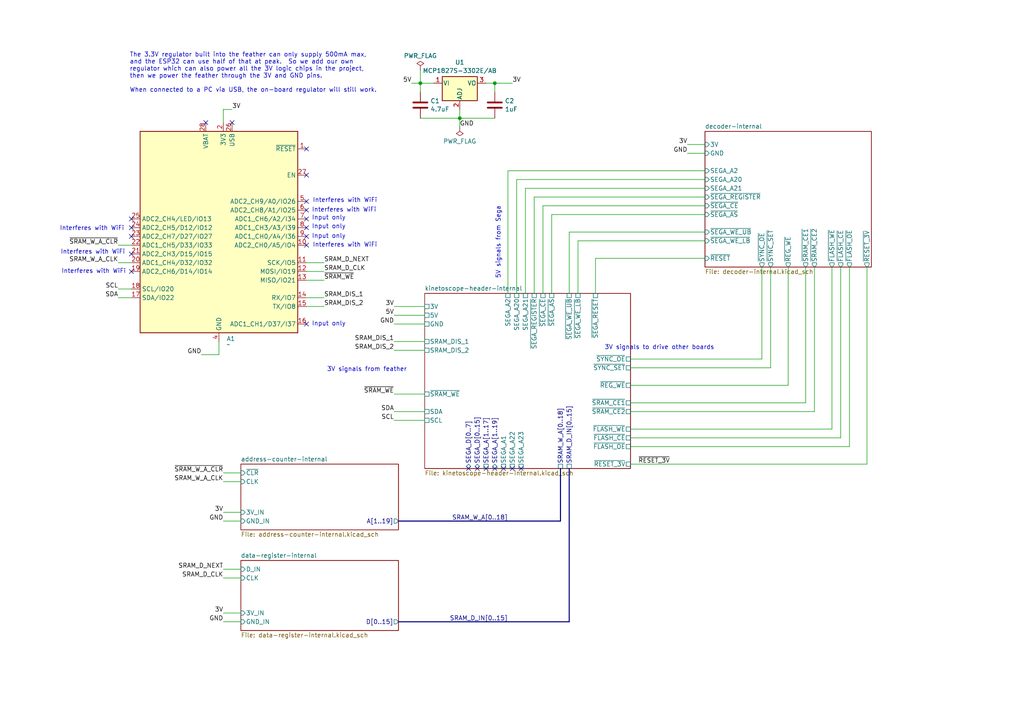
<source format=kicad_sch>
(kicad_sch (version 20231120) (generator "eeschema") (generator_version "8.0")
  (paper "A4")
  (title_block (title "Kinetoscope Feather and Address Decoder Board"))
  (lib_symbols
    (symbol "Adafruit_Feather_ESP32_Huzzah_v2:Adafruit_Feather_ESP32_Huzzah_v2"
      (property "Reference" "A" (at -17.78 0 0))
      (symbol "Adafruit_Feather_ESP32_Huzzah_v2_0_1"
        (rectangle (start -22.86 -1.27) (end 22.86 -59.69) (stroke (width 0.254)) (fill (type background)))
      )
      (symbol "Adafruit_Feather_ESP32_Huzzah_v2_1_1"
        (pin input line (at 25.4 -6.35 180) (length 2.54) (name "~{RESET}") (number "1"))
        (pin bidirectional line (at 25.4 -34.29 180) (length 2.54) (name "ADC2_CH0/A5/IO4") (number "10"))
        (pin bidirectional line (at 25.4 -39.37 180) (length 2.54) (name "SCK/IO5") (number "11"))
        (pin bidirectional line (at 25.4 -41.91 180) (length 2.54) (name "MOSI/IO19") (number "12"))
        (pin bidirectional line (at 25.4 -44.45 180) (length 2.54) (name "MISO/IO21") (number "13"))
        (pin bidirectional line (at 25.4 -49.53 180) (length 2.54) (name "RX/IO7") (number "14"))
        (pin bidirectional line (at 25.4 -52.07 180) (length 2.54) (name "TX/IO8") (number "15"))
        (pin input line (at 25.4 -57.15 180) (length 2.54) (name "ADC1_CH1/D37/I37") (number "16"))
        (pin bidirectional line (at -25.4 -49.53 0) (length 2.54) (name "SDA/IO22") (number "17"))
        (pin bidirectional line (at -25.4 -46.99 0) (length 2.54) (name "SCL/IO20") (number "18"))
        (pin bidirectional line (at -25.4 -41.91 0) (length 2.54) (name "ADC2_CH6/D14/IO14") (number "19"))
        (pin power_in line (at 1.27 1.27 270) (length 2.54) (name "3V3") (number "2"))
        (pin bidirectional line (at -25.4 -39.37 0) (length 2.54) (name "ADC1_CH4/D32/IO32") (number "20"))
        (pin bidirectional line (at -25.4 -36.83 0) (length 2.54) (name "ADC2_CH3/D15/IO15") (number "21"))
        (pin bidirectional line (at -25.4 -34.29 0) (length 2.54) (name "ADC1_CH5/D33/IO33") (number "22"))
        (pin bidirectional line (at -25.4 -31.75 0) (length 2.54) (name "ADC2_CH7/D27/IO27") (number "23"))
        (pin bidirectional line (at -25.4 -29.21 0) (length 2.54) (name "ADC2_CH5/D12/IO12") (number "24"))
        (pin bidirectional line (at -25.4 -26.67 0) (length 2.54) (name "ADC2_CH4/LED/IO13") (number "25"))
        (pin power_in line (at 3.81 1.27 270) (length 2.54) (name "USB") (number "26"))
        (pin input line (at 25.4 -13.97 180) (length 2.54) (name "EN") (number "27"))
        (pin power_in line (at -3.81 1.27 270) (length 2.54) (name "VBAT") (number "28"))
        (pin no_connect line (at 25.4 -8.89 180) (length 2.54) hide (name "NC") (number "3"))
        (pin power_in line (at 0 -62.23 90) (length 2.54) (name "GND") (number "4"))
        (pin bidirectional line (at 25.4 -21.59 180) (length 2.54) (name "ADC2_CH9/A0/IO26") (number "5"))
        (pin bidirectional line (at 25.4 -24.13 180) (length 2.54) (name "ADC2_CH8/A1/IO25") (number "6"))
        (pin input line (at 25.4 -26.67 180) (length 2.54) (name "ADC1_CH6/A2/I34") (number "7"))
        (pin input line (at 25.4 -29.21 180) (length 2.54) (name "ADC1_CH3/A3/I39") (number "8"))
        (pin input line (at 25.4 -31.75 180) (length 2.54) (name "ADC1_CH0/A4/I36") (number "9"))
      )
    )
    (symbol "Device:C" (pin_numbers hide) (pin_names (offset 0.254))
      (property "Reference" "C" (at 0.635 2.54 0))
      (property "Value" "C" (at 0.635 -2.54 0))
      (symbol "C_0_1"
        (polyline (pts (xy -2.032 -0.762) (xy 2.032 -0.762)) (stroke (width 0.508)))
        (polyline (pts (xy -2.032 0.762) (xy 2.032 0.762)) (stroke (width 0.508)))
      )
      (symbol "C_1_1"
        (pin passive line (at 0 3.81 270) (length 2.794) (name "~") (number "1"))
        (pin passive line (at 0 -3.81 90) (length 2.794) (name "~") (number "2"))
      )
    )
    (symbol "Regulator_Linear:LM317_TO39" (pin_names (offset 0.254))
      (property "Reference" "U" (at -3.81 3.175 0))
      (property "Value" "LM317_TO39" (at 0 3.175 0))
      (symbol "LM317_TO39_0_1"
        (rectangle (start -5.08 1.905) (end 5.08 -5.08) (stroke (width 0.254)) (fill (type background)))
      )
      (symbol "LM317_TO39_1_1"
        (pin power_in line (at -7.62 0 0) (length 2.54) (name "VI") (number "1"))
        (pin input line (at 0 -7.62 90) (length 2.54) (name "ADJ") (number "2"))
        (pin power_out line (at 7.62 0 180) (length 2.54) (name "VO") (number "3"))
      )
    )
    (symbol "power:PWR_FLAG" (power) (pin_numbers hide) (pin_names (offset 0) hide)
      (property "Value" "PWR_FLAG" (at 0 3.81 0))
      (symbol "PWR_FLAG_0_0"
        (pin power_out line (at 0 0 90) (length 0) (name "~") (number "1"))
      )
      (symbol "PWR_FLAG_0_1"
        (polyline (pts (xy 0 0) (xy 0 1.27) (xy -1.016 1.905) (xy 0 2.54) (xy 1.016 1.905) (xy 0 1.27)))
      )
    )
  )
  (junction (at 133.35 34.29))
  (junction (at 121.92 24.13))
  (junction (at 143.51 24.13))
  (no_connect (at 38.1 68.58))
  (no_connect (at 88.9 68.58))
  (no_connect (at 140.97 135.89))
  (no_connect (at 88.9 43.18))
  (no_connect (at 38.1 78.74))
  (no_connect (at 143.51 135.89))
  (no_connect (at 38.1 63.5))
  (no_connect (at 148.59 135.89))
  (no_connect (at 146.05 135.89))
  (no_connect (at 88.9 50.8))
  (no_connect (at 138.43 135.89))
  (no_connect (at 88.9 63.5))
  (no_connect (at 88.9 93.98))
  (no_connect (at 38.1 73.66))
  (no_connect (at 88.9 66.04))
  (no_connect (at 38.1 66.04))
  (no_connect (at 67.31 35.56))
  (no_connect (at 88.9 58.42))
  (no_connect (at 88.9 60.96))
  (no_connect (at 88.9 71.12))
  (no_connect (at 135.89 135.89))
  (no_connect (at 151.13 135.89))
  (no_connect (at 59.69 35.56))
  (bus (pts (xy 162.56 135.89) (xy 162.56 151.13)))
  (wire (pts (xy 143.51 24.13) (xy 148.59 24.13)))
  (wire (pts (xy 114.3 91.44) (xy 123.19 91.44)))
  (wire (pts (xy 220.98 104.14) (xy 220.98 77.47)))
  (wire (pts (xy 246.38 129.54) (xy 182.88 129.54)))
  (wire (pts (xy 182.88 134.62) (xy 251.46 134.62)))
  (wire (pts (xy 246.38 77.47) (xy 246.38 129.54)))
  (wire (pts (xy 241.3 77.47) (xy 241.3 124.46)))
  (wire (pts (xy 149.86 85.09) (xy 149.86 52.07)))
  (wire (pts (xy 34.29 86.36) (xy 38.1 86.36)))
  (wire (pts (xy 167.64 69.85) (xy 204.47 69.85)))
  (wire (pts (xy 154.94 85.09) (xy 154.94 57.15)))
  (wire (pts (xy 204.47 59.69) (xy 157.48 59.69)))
  (wire (pts (xy 204.47 54.61) (xy 152.4 54.61)))
  (wire (pts (xy 243.84 127) (xy 243.84 77.47)))
  (wire (pts (xy 204.47 67.31) (xy 165.1 67.31)))
  (wire (pts (xy 204.47 74.93) (xy 172.72 74.93)))
  (wire (pts (xy 64.77 35.56) (xy 64.77 31.75)))
  (wire (pts (xy 121.92 24.13) (xy 125.73 24.13)))
  (wire (pts (xy 114.3 114.3) (xy 123.19 114.3)))
  (bus (pts (xy 115.57 151.13) (xy 162.56 151.13)))
  (wire (pts (xy 140.97 24.13) (xy 143.51 24.13)))
  (wire (pts (xy 34.29 76.2) (xy 38.1 76.2)))
  (wire (pts (xy 121.92 20.32) (xy 121.92 24.13)))
  (wire (pts (xy 133.35 34.29) (xy 133.35 36.83)))
  (wire (pts (xy 114.3 88.9) (xy 123.19 88.9)))
  (wire (pts (xy 64.77 177.8) (xy 69.85 177.8)))
  (wire (pts (xy 160.02 85.09) (xy 160.02 62.23)))
  (wire (pts (xy 147.32 85.09) (xy 147.32 49.53)))
  (wire (pts (xy 182.88 104.14) (xy 220.98 104.14)))
  (wire (pts (xy 233.68 116.84) (xy 182.88 116.84)))
  (wire (pts (xy 172.72 74.93) (xy 172.72 85.09)))
  (wire (pts (xy 165.1 67.31) (xy 165.1 85.09)))
  (wire (pts (xy 233.68 77.47) (xy 233.68 116.84)))
  (wire (pts (xy 64.77 167.64) (xy 69.85 167.64)))
  (wire (pts (xy 154.94 57.15) (xy 204.47 57.15)))
  (wire (pts (xy 182.88 119.38) (xy 236.22 119.38)))
  (wire (pts (xy 182.88 127) (xy 243.84 127)))
  (wire (pts (xy 199.39 41.91) (xy 204.47 41.91)))
  (wire (pts (xy 121.92 34.29) (xy 133.35 34.29)))
  (wire (pts (xy 228.6 111.76) (xy 228.6 77.47)))
  (wire (pts (xy 93.98 81.28) (xy 88.9 81.28)))
  (bus (pts (xy 115.57 180.34) (xy 165.1 180.34)))
  (wire (pts (xy 119.38 24.13) (xy 121.92 24.13)))
  (wire (pts (xy 121.92 24.13) (xy 121.92 26.67)))
  (wire (pts (xy 160.02 62.23) (xy 204.47 62.23)))
  (wire (pts (xy 167.64 85.09) (xy 167.64 69.85)))
  (wire (pts (xy 34.29 71.12) (xy 38.1 71.12)))
  (wire (pts (xy 182.88 111.76) (xy 228.6 111.76)))
  (wire (pts (xy 223.52 77.47) (xy 223.52 106.68)))
  (wire (pts (xy 93.98 86.36) (xy 88.9 86.36)))
  (wire (pts (xy 147.32 49.53) (xy 204.47 49.53)))
  (wire (pts (xy 64.77 151.13) (xy 69.85 151.13)))
  (wire (pts (xy 114.3 101.6) (xy 123.19 101.6)))
  (wire (pts (xy 93.98 76.2) (xy 88.9 76.2)))
  (wire (pts (xy 58.42 102.87) (xy 63.5 102.87)))
  (wire (pts (xy 64.77 165.1) (xy 69.85 165.1)))
  (wire (pts (xy 34.29 83.82) (xy 38.1 83.82)))
  (wire (pts (xy 114.3 121.92) (xy 123.19 121.92)))
  (wire (pts (xy 114.3 99.06) (xy 123.19 99.06)))
  (wire (pts (xy 93.98 78.74) (xy 88.9 78.74)))
  (wire (pts (xy 133.35 31.75) (xy 133.35 34.29)))
  (wire (pts (xy 149.86 52.07) (xy 204.47 52.07)))
  (wire (pts (xy 236.22 119.38) (xy 236.22 77.47)))
  (wire (pts (xy 114.3 93.98) (xy 123.19 93.98)))
  (wire (pts (xy 251.46 134.62) (xy 251.46 77.47)))
  (wire (pts (xy 223.52 106.68) (xy 182.88 106.68)))
  (wire (pts (xy 63.5 99.06) (xy 63.5 102.87)))
  (wire (pts (xy 143.51 24.13) (xy 143.51 26.67)))
  (wire (pts (xy 64.77 139.7) (xy 69.85 139.7)))
  (wire (pts (xy 241.3 124.46) (xy 182.88 124.46)))
  (bus (pts (xy 165.1 180.34) (xy 165.1 135.89)))
  (wire (pts (xy 93.98 88.9) (xy 88.9 88.9)))
  (wire (pts (xy 199.39 44.45) (xy 204.47 44.45)))
  (wire (pts (xy 64.77 31.75) (xy 67.31 31.75)))
  (wire (pts (xy 152.4 54.61) (xy 152.4 85.09)))
  (wire (pts (xy 114.3 119.38) (xy 123.19 119.38)))
  (wire (pts (xy 64.77 137.16) (xy 69.85 137.16)))
  (wire (pts (xy 133.35 34.29) (xy 143.51 34.29)))
  (wire (pts (xy 64.77 148.59) (xy 69.85 148.59)))
  (wire (pts (xy 157.48 59.69) (xy 157.48 85.09)))
  (wire (pts (xy 64.77 180.34) (xy 69.85 180.34)))
  (text "Interferes with WiFi" (at 36.322 73.152 0) (effects (font (size 1.27 1.27)) (justify right)))
  (text "Input only" (at 90.424 63.246 0) (effects (font (size 1.27 1.27)) (justify left)))
  (text "5V signals from Sega" (at 144.526 70.358 90) (effects (font (size 1.27 1.27))))
  (text "Input only" (at 90.424 65.786 0) (effects (font (size 1.27 1.27)) (justify left)))
  (text "Input only" (at 90.424 68.58 0) (effects (font (size 1.27 1.27)) (justify left)))
  (text "Input only" (at 90.424 93.98 0) (effects (font (size 1.27 1.27)) (justify left)))
  (text "Interferes with WiFi" (at 36.068 66.294 0) (effects (font (size 1.27 1.27)) (justify right)))
  (text "The 3.3V regulator built into the feather can only supply 500mA max,\nand the ESP32 can use half of that at peak.  So we add our own\nregulator which can also power all the 3V logic chips in the project,\nthen we power the feather through the 3V and GND pins.\n\nWhen connected to a PC via USB, the on-board regulator will still work." (at 37.592 21.082 0) (effects (font (size 1.27 1.27)) (justify left)))
  (text "Interferes with WiFi" (at 90.678 71.12 0) (effects (font (size 1.27 1.27)) (justify left)))
  (text "3V signals to drive other boards" (at 191.262 100.838 0) (effects (font (size 1.27 1.27))))
  (text "Interferes with WiFi" (at 90.678 58.166 0) (effects (font (size 1.27 1.27)) (justify left)))
  (text "Interferes with WiFi" (at 36.576 78.74 0) (effects (font (size 1.27 1.27)) (justify right)))
  (text "Interferes with WiFi" (at 90.424 60.96 0) (effects (font (size 1.27 1.27)) (justify left)))
  (text "3V signals from feather" (at 106.426 107.188 0) (effects (font (size 1.27 1.27))))
  (label "3V" (at 114.3 88.9 180))
  (label "GND" (at 58.42 102.87 180))
  (label "SRAM_D_CLK" (at 64.77 167.64 180))
  (label "SRAM_DIS_1" (at 114.3 99.06 180))
  (label "SDA" (at 114.3 119.38 180))
  (label "GND" (at 114.3 93.98 180))
  (label "SRAM_W_A_CLK" (at 64.77 139.7 180))
  (label "~{SRAM_WE}" (at 114.3 114.3 180))
  (label "SCL" (at 114.3 121.92 180))
  (label "GND" (at 64.77 180.34 180))
  (label "5V" (at 119.38 24.13 180))
  (label "SRAM_DIS_1" (at 93.98 86.36 0))
  (label "~{RESET_3V}" (at 194.31 134.62 180))
  (label "SDA" (at 34.29 86.36 180))
  (label "3V" (at 64.77 148.59 180))
  (label "SRAM_W_A_CLK" (at 34.29 76.2 180))
  (label "~{SRAM_W_A_CLR}" (at 34.29 71.12 180))
  (label "5V" (at 114.3 91.44 180))
  (label "GND" (at 133.35 36.83 0))
  (label "SRAM_D_NEXT" (at 64.77 165.1 180))
  (label "3V" (at 199.39 41.91 180))
  (label "SRAM_D_CLK" (at 93.98 78.74 0))
  (label "GND" (at 64.77 151.13 180))
  (label "SRAM_D_NEXT" (at 93.98 76.2 0))
  (label "SCL" (at 34.29 83.82 180))
  (label "SRAM_DIS_2" (at 93.98 88.9 0))
  (label "3V" (at 148.59 24.13 0))
  (label "3V" (at 64.77 177.8 180))
  (label "~{SRAM_WE}" (at 93.98 81.28 0))
  (label "SRAM_W_A[0..18]" (at 147.32 151.13 180))
  (label "SRAM_D_IN[0..15]" (at 147.32 180.34 180))
  (label "3V" (at 67.31 31.75 0))
  (label "SRAM_DIS_2" (at 114.3 101.6 180))
  (label "GND" (at 199.39 44.45 180))
  (label "~{SRAM_W_A_CLR}" (at 64.77 137.16 180))
  (symbol (lib_id "Device:C") (at 121.92 30.48 0) (unit 1)
    (property "Reference" "C1" (at 124.841 29.2678 0) (effects (justify left)))
    (property "Value" "4.7uF" (at 124.841 31.6921 0) (effects (justify left)))
    (property "Footprint" "Capacitor_SMD:C_0603_1608Metric" (effects (hide yes)))
    (property "Datasheet" "https://www.mouser.com/datasheet/2/210/WTC_MLCC_General_Purpose-1534899.pdf" (effects (hide yes)))
    (property "Description" "Unpolarized capacitor" (effects (hide yes)))
  )
  (symbol (lib_id "power:PWR_FLAG") (at 121.92 20.32 0) (unit 1)
    (property "Reference" "#FLG01" (effects (hide yes)))
    (property "Value" "PWR_FLAG" (at 121.92 16.1869 0))
    (property "Description" "Special symbol for telling ERC where power comes from" (effects (hide yes)))
  )
  (symbol (lib_id "Device:C") (at 143.51 30.48 0) (unit 1)
    (property "Reference" "C2" (at 146.431 29.2678 0) (effects (justify left)))
    (property "Value" "1uF" (at 146.431 31.6921 0) (effects (justify left)))
    (property "Footprint" "Capacitor_SMD:C_0603_1608Metric" (effects (hide yes)))
    (property "Datasheet" "https://www.mouser.com/datasheet/2/210/WTC_MLCC_General_Purpose-1534899.pdf" (effects (hide yes)))
    (property "Description" "Unpolarized capacitor" (effects (hide yes)))
    (property "Part Number" "1206B105J500CT" (effects (hide yes)))
  )
  (symbol (lib_id "Regulator_Linear:LM317_TO39") (at 133.35 24.13 0) (unit 1)
    (property "Reference" "U1" (at 133.35 18.0805 0))
    (property "Value" "MCP1827S-3302E/AB" (at 133.35 20.5048 0))
    (property "Footprint" "Package_TO_SOT_THT:TO-220-3_Horizontal_TabDown" (effects (hide yes)))
    (property "Datasheet" "https://www.mouser.com/datasheet/2/268/MCHPS04295_1-2520868.pdf" (effects (hide yes)))
    (property "Description" "1.5A 3.3V fixed linear regulator, low-drop-out" (effects (hide yes)))
  )
  (symbol (lib_id "Adafruit_Feather_ESP32_Huzzah_v2:Adafruit_Feather_ESP32_Huzzah_v2") (at 63.5 36.83 0) (unit 1)
    (property "Reference" "A1" (at 65.6941 98.2401 0) (effects (justify left)))
    (property "Value" "~" (at 65.6941 99.9215 0) (effects (justify left)))
    (property "Footprint" "Module:Adafruit_Feather" (effects (hide yes)))
  )
  (symbol (lib_id "power:PWR_FLAG") (at 133.35 36.83 180) (unit 1)
    (property "Reference" "#FLG02" (effects (hide yes)))
    (property "Value" "PWR_FLAG" (at 133.35 40.9631 0))
    (property "Description" "Special symbol for telling ERC where power comes from" (effects (hide yes)))
  )
  (sheet (at 123.19 85.09) (size 59.69 50.8) (stroke (width 0.1524))
    (property "Sheetname" "kinetoscope-header-internal" (at 123.19 84.3784 0) (effects (justify left bottom)))
    (property "Sheetfile" "kinetoscope-header-internal.kicad_sch" (at 123.19 136.4746 0) (effects (justify left top)))
    (pin "SEGA_A[1..19]" input (at 143.51 135.89 270))
    (pin "SEGA_D[0..15]" bidirectional (at 138.43 135.89 270))
    (pin "~{SRAM_CE1}" passive (at 182.88 116.84 0))
    (pin "~{SRAM_CE2}" passive (at 182.88 119.38 0))
    (pin "SRAM_D_IN[0..15]" passive (at 165.1 135.89 270))
    (pin "5V" passive (at 123.19 91.44 180))
    (pin "GND" passive (at 123.19 93.98 180))
    (pin "SRAM_DIS_2" passive (at 123.19 101.6 180))
    (pin "SRAM_DIS_1" passive (at 123.19 99.06 180))
    (pin "~{SRAM_WE}" passive (at 123.19 114.3 180))
    (pin "SRAM_W_A[0..18]" passive (at 162.56 135.89 270))
    (pin "~{SEGA_CE}" passive (at 157.48 85.09 90))
    (pin "~{FLASH_OE}" passive (at 182.88 129.54 0))
    (pin "~{FLASH_CE}" passive (at 182.88 127 0))
    (pin "~{FLASH_WE}" passive (at 182.88 124.46 0))
    (pin "3V" passive (at 123.19 88.9 180))
    (pin "~{SYNC_SET}" passive (at 182.88 106.68 0))
    (pin "SDA" passive (at 123.19 119.38 180))
    (pin "SCL" passive (at 123.19 121.92 180))
    (pin "~{SYNC_OE}" passive (at 182.88 104.14 0))
    (pin "~{REG_WE}" passive (at 182.88 111.76 0))
    (pin "SEGA_A20" passive (at 149.86 85.09 90))
    (pin "SEGA_A21" passive (at 152.4 85.09 90))
    (pin "SEGA_A22" passive (at 148.59 135.89 270))
    (pin "SEGA_A23" passive (at 151.13 135.89 270))
    (pin "SEGA_A[1..17]" passive (at 140.97 135.89 270))
    (pin "~{SEGA_WE_LB}" passive (at 167.64 85.09 90))
    (pin "~{SEGA_REGISTER}" passive (at 154.94 85.09 90))
    (pin "~{SEGA_WE_UB}" passive (at 165.1 85.09 90))
    (pin "~{SEGA_AS}" passive (at 160.02 85.09 90))
    (pin "~{SEGA_RESET}" passive (at 172.72 85.09 90))
    (pin "SEGA_D[0..7]" bidirectional (at 135.89 135.89 270))
    (pin "~{RESET_3V}" passive (at 182.88 134.62 0))
    (pin "SEGA_A2" passive (at 147.32 85.09 90))
    (pin "SEGA_A1" passive (at 146.05 135.89 270))
  )
  (sheet (at 69.85 134.62) (size 45.72 19.05) (stroke (width 0.1524))
    (property "Sheetname" "address-counter-internal" (at 69.85 133.9084 0) (effects (justify left bottom)))
    (property "Sheetfile" "address-counter-internal.kicad_sch" (at 69.85 154.2546 0) (effects (justify left top)))
    (pin "~{CLR}" input (at 69.85 137.16 180))
    (pin "CLK" input (at 69.85 139.7 180))
    (pin "GND_IN" input (at 69.85 151.13 180))
    (pin "3V_IN" input (at 69.85 148.59 180))
    (pin "A[1..19]" output (at 115.57 151.13 0))
  )
  (sheet (at 69.85 162.56) (size 45.72 20.32) (stroke (width 0.1524))
    (property "Sheetname" "data-register-internal" (at 69.85 161.8484 0) (effects (justify left bottom)))
    (property "Sheetfile" "data-register-internal.kicad_sch" (at 69.85 183.4646 0) (effects (justify left top)))
    (pin "3V_IN" input (at 69.85 177.8 180))
    (pin "D[0..15]" output (at 115.57 180.34 0))
    (pin "GND_IN" input (at 69.85 180.34 180))
    (pin "D_IN" input (at 69.85 165.1 180))
    (pin "CLK" input (at 69.85 167.64 180))
  )
  (sheet (at 204.47 38.1) (size 48.26 39.37) (stroke (width 0.1524))
    (property "Sheetname" "decoder-internal" (at 204.47 37.3884 0) (effects (justify left bottom)))
    (property "Sheetfile" "decoder-internal.kicad_sch" (at 204.47 78.0546 0) (effects (justify left top)))
    (pin "3V" input (at 204.47 41.91 180))
    (pin "GND" input (at 204.47 44.45 180))
    (pin "~{SEGA_WE_UB}" input (at 204.47 67.31 180))
    (pin "~{SEGA_WE_LB}" input (at 204.47 69.85 180))
    (pin "SEGA_A21" input (at 204.47 54.61 180))
    (pin "~{SEGA_REGISTER}" input (at 204.47 57.15 180))
    (pin "~{SEGA_AS}" input (at 204.47 62.23 180))
    (pin "~{SEGA_CE}" input (at 204.47 59.69 180))
    (pin "SEGA_A2" input (at 204.47 49.53 180))
    (pin "SEGA_A20" input (at 204.47 52.07 180))
    (pin "~{FLASH_OE}" output (at 246.38 77.47 270))
    (pin "~{FLASH_WE}" output (at 241.3 77.47 270))
    (pin "~{FLASH_CE}" output (at 243.84 77.47 270))
    (pin "~{REG_WE}" output (at 228.6 77.47 270))
    (pin "~{SYNC_SET}" output (at 223.52 77.47 270))
    (pin "~{SYNC_OE}" output (at 220.98 77.47 270))
    (pin "~{SRAM_CE2}" output (at 236.22 77.47 270))
    (pin "~{SRAM_CE1}" output (at 233.68 77.47 270))
    (pin "~{RESET}" input (at 204.47 74.93 180))
    (pin "~{RESET_3V}" output (at 251.46 77.47 270))
  )
)
</source>
